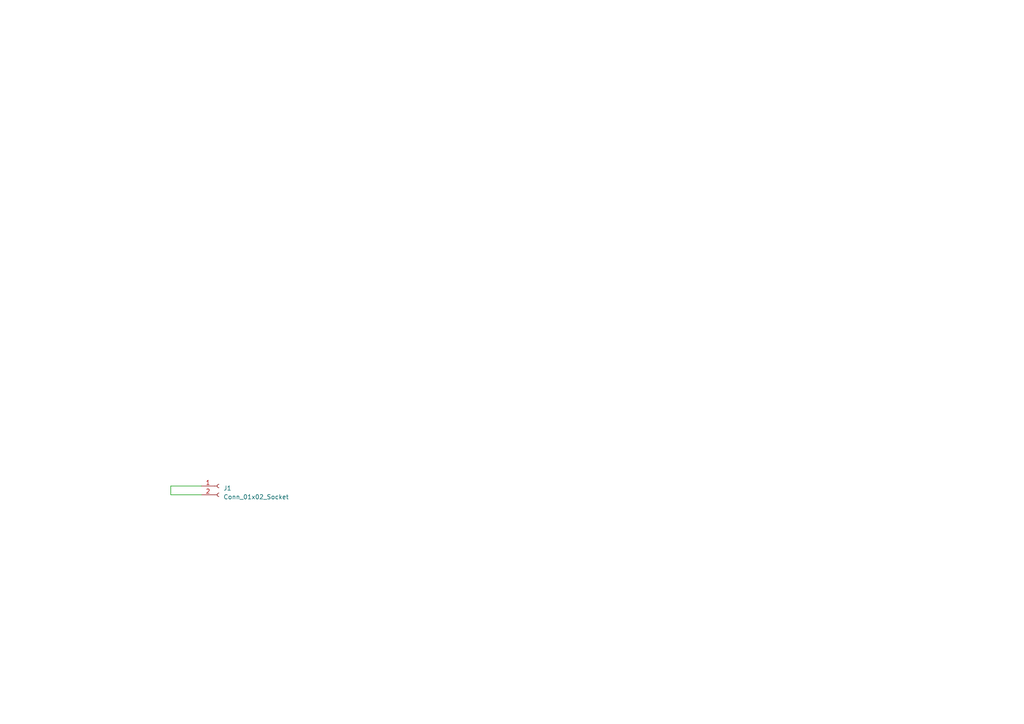
<source format=kicad_sch>
(kicad_sch (version 20230121) (generator eeschema)
  (paper "A4")
  (lib_symbols
    (symbol "Connector:Conn_01x02_Socket" (pin_names (offset 1.016) hide)
      (property "Reference" "J" (at 0 2.54 0))
      (property "Value" "Conn_01x02_Socket" (at 0 -5.08 0))
      (symbol "Conn_01x02_Socket_1_1"
        (arc (start 0 -2.032) (mid -0.5058 -2.54) (end 0 -3.048) (stroke (width 0.1524)))
        (polyline (pts (xy -1.27 -2.54) (xy -0.508 -2.54)) (stroke (width 0.1524)))
        (polyline (pts (xy -1.27 0) (xy -0.508 0)) (stroke (width 0.1524)))
        (arc (start 0 0.508) (mid -0.5058 0) (end 0 -0.508) (stroke (width 0.1524)))
        (pin passive line (at -5.08 0 0) (length 3.81) (name "Pin_1") (number "1"))
        (pin passive line (at -5.08 -2.54 0) (length 3.81) (name "Pin_2") (number "2"))
      )
    )
  )
  (wire (pts (xy 49.53 140.97) (xy 49.53 143.51)))
  (wire (pts (xy 49.53 143.51) (xy 58.42 143.51)))
  (wire (pts (xy 58.42 140.97) (xy 49.53 140.97)))
  (symbol (lib_id "Connector:Conn_01x02_Socket") (at 63.5 140.97 0) (unit 1)
    (property "Reference" "J1" (at 64.77 141.605 0) (effects (justify left)))
    (property "Value" "Conn_01x02_Socket" (at 64.77 144.145 0) (effects (justify left)))
    (property "Footprint" "Connector:Banana_Jack_2Pin" (effects hide))
  )
)
</source>
